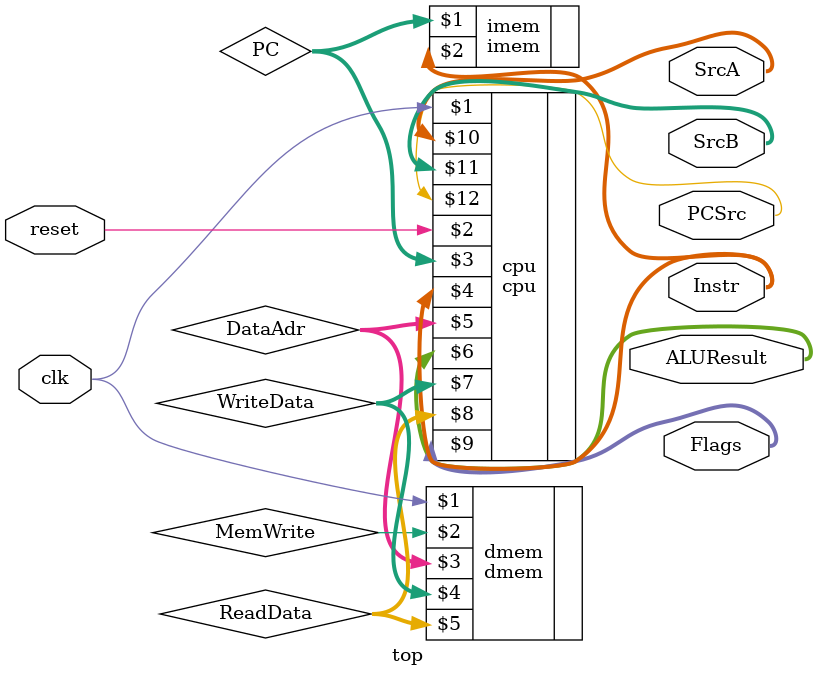
<source format=v>
`timescale 1ns / 1ps

module top(
	 input clk , reset,
	 output [15:0] Instr,
	 output [3:0] Flags,
	 output [7:0] ALUResult,
	 output [7:0] SrcA, SrcB,
	 output PCSrc
	 ); 

	wire [7:0] ReadData;
	wire [7:0] PC; 
	wire [7:0] WriteData , DataAdr;

	//ReadData = Data from memory
	//WriteData = Data from second port of register file
	//Control = ALUControl
	//Flags = ALUFlags

	cpu cpu(clk, reset, PC, Instr, DataAdr, ALUResult, WriteData, ReadData, Flags, SrcA, SrcB, PCSrc); 

	imem imem(PC, Instr);
	dmem dmem(clk, MemWrite, DataAdr, WriteData, ReadData);

endmodule

</source>
